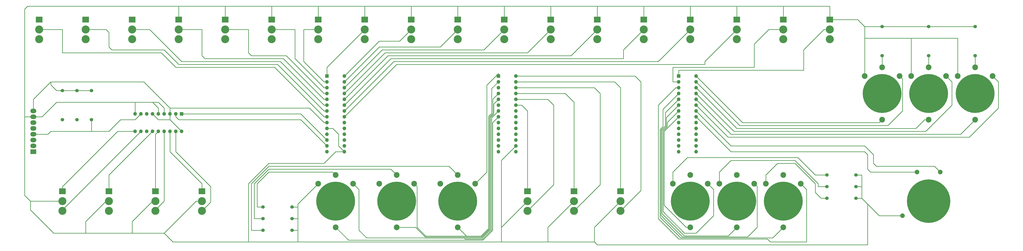
<source format=gbr>
G04 #@! TF.FileFunction,Copper,L2,Bot,Signal*
%FSLAX46Y46*%
G04 Gerber Fmt 4.6, Leading zero omitted, Abs format (unit mm)*
G04 Created by KiCad (PCBNEW 4.0.5) date 04/16/17 00:06:54*
%MOMM*%
%LPD*%
G01*
G04 APERTURE LIST*
%ADD10C,0.100000*%
%ADD11R,1.600000X1.600000*%
%ADD12O,1.600000X1.600000*%
%ADD13R,3.000000X2.500000*%
%ADD14C,3.500000*%
%ADD15R,2.600000X2.000000*%
%ADD16O,2.600000X2.000000*%
%ADD17C,17.000000*%
%ADD18C,2.500000*%
%ADD19C,1.524000*%
%ADD20C,19.000000*%
%ADD21C,2.000000*%
%ADD22C,0.254000*%
G04 APERTURE END LIST*
D10*
D11*
X91440000Y-93980000D03*
D12*
X71120000Y-101600000D03*
X88900000Y-93980000D03*
X73660000Y-101600000D03*
X86360000Y-93980000D03*
X76200000Y-101600000D03*
X83820000Y-93980000D03*
X78740000Y-101600000D03*
X81280000Y-93980000D03*
X81280000Y-101600000D03*
X78740000Y-93980000D03*
X83820000Y-101600000D03*
X76200000Y-93980000D03*
X86360000Y-101600000D03*
X73660000Y-93980000D03*
X88900000Y-101600000D03*
X71120000Y-93980000D03*
X91440000Y-101600000D03*
D13*
X80010000Y-127780000D03*
D14*
X80010000Y-132080000D03*
X80010000Y-136380000D03*
D13*
X59690000Y-127780000D03*
D14*
X59690000Y-132080000D03*
X59690000Y-136380000D03*
D15*
X26670000Y-110490000D03*
D16*
X26670000Y-107950000D03*
X26670000Y-105410000D03*
X26670000Y-102870000D03*
X26670000Y-100330000D03*
X26670000Y-97790000D03*
X26670000Y-95250000D03*
X26670000Y-92710000D03*
D11*
X308610000Y-77470000D03*
D12*
X316230000Y-110490000D03*
X308610000Y-80010000D03*
X316230000Y-107950000D03*
X308610000Y-82550000D03*
X316230000Y-105410000D03*
X308610000Y-85090000D03*
X316230000Y-102870000D03*
X308610000Y-87630000D03*
X316230000Y-100330000D03*
X308610000Y-90170000D03*
X316230000Y-97790000D03*
X308610000Y-92710000D03*
X316230000Y-95250000D03*
X308610000Y-95250000D03*
X316230000Y-92710000D03*
X308610000Y-97790000D03*
X316230000Y-90170000D03*
X308610000Y-100330000D03*
X316230000Y-87630000D03*
X308610000Y-102870000D03*
X316230000Y-85090000D03*
X308610000Y-105410000D03*
X316230000Y-82550000D03*
X308610000Y-107950000D03*
X316230000Y-80010000D03*
X308610000Y-110490000D03*
X316230000Y-77470000D03*
D11*
X154940000Y-77470000D03*
D12*
X162560000Y-110490000D03*
X154940000Y-80010000D03*
X162560000Y-107950000D03*
X154940000Y-82550000D03*
X162560000Y-105410000D03*
X154940000Y-85090000D03*
X162560000Y-102870000D03*
X154940000Y-87630000D03*
X162560000Y-100330000D03*
X154940000Y-90170000D03*
X162560000Y-97790000D03*
X154940000Y-92710000D03*
X162560000Y-95250000D03*
X154940000Y-95250000D03*
X162560000Y-92710000D03*
X154940000Y-97790000D03*
X162560000Y-90170000D03*
X154940000Y-100330000D03*
X162560000Y-87630000D03*
X154940000Y-102870000D03*
X162560000Y-85090000D03*
X154940000Y-105410000D03*
X162560000Y-82550000D03*
X154940000Y-107950000D03*
X162560000Y-80010000D03*
X154940000Y-110490000D03*
X162560000Y-77470000D03*
D11*
X229870000Y-77470000D03*
D12*
X237490000Y-110490000D03*
X229870000Y-80010000D03*
X237490000Y-107950000D03*
X229870000Y-82550000D03*
X237490000Y-105410000D03*
X229870000Y-85090000D03*
X237490000Y-102870000D03*
X229870000Y-87630000D03*
X237490000Y-100330000D03*
X229870000Y-90170000D03*
X237490000Y-97790000D03*
X229870000Y-92710000D03*
X237490000Y-95250000D03*
X229870000Y-95250000D03*
X237490000Y-92710000D03*
X229870000Y-97790000D03*
X237490000Y-90170000D03*
X229870000Y-100330000D03*
X237490000Y-87630000D03*
X229870000Y-102870000D03*
X237490000Y-85090000D03*
X229870000Y-105410000D03*
X237490000Y-82550000D03*
X229870000Y-107950000D03*
X237490000Y-80010000D03*
X229870000Y-110490000D03*
X237490000Y-77470000D03*
D13*
X130810000Y-52850000D03*
D14*
X130810000Y-57150000D03*
X130810000Y-61450000D03*
D13*
X151130000Y-52850000D03*
D14*
X151130000Y-57150000D03*
X151130000Y-61450000D03*
D13*
X374650000Y-52850000D03*
D14*
X374650000Y-57150000D03*
X374650000Y-61450000D03*
D13*
X354330000Y-52850000D03*
D14*
X354330000Y-57150000D03*
X354330000Y-61450000D03*
D13*
X334010000Y-52850000D03*
D14*
X334010000Y-57150000D03*
X334010000Y-61450000D03*
D13*
X313690000Y-52850000D03*
D14*
X313690000Y-57150000D03*
X313690000Y-61450000D03*
D13*
X293370000Y-52850000D03*
D14*
X293370000Y-57150000D03*
X293370000Y-61450000D03*
D13*
X273050000Y-52850000D03*
D14*
X273050000Y-57150000D03*
X273050000Y-61450000D03*
D13*
X252730000Y-52850000D03*
D14*
X252730000Y-57150000D03*
X252730000Y-61450000D03*
D13*
X232410000Y-52850000D03*
D14*
X232410000Y-57150000D03*
X232410000Y-61450000D03*
D13*
X212090000Y-52850000D03*
D14*
X212090000Y-57150000D03*
X212090000Y-61450000D03*
D13*
X191770000Y-52850000D03*
D14*
X191770000Y-57150000D03*
X191770000Y-61450000D03*
D13*
X171450000Y-52850000D03*
D14*
X171450000Y-57150000D03*
X171450000Y-61450000D03*
D13*
X110490000Y-52850000D03*
D14*
X110490000Y-57150000D03*
X110490000Y-61450000D03*
D13*
X90170000Y-52850000D03*
D14*
X90170000Y-57150000D03*
X90170000Y-61450000D03*
D13*
X69850000Y-52850000D03*
D14*
X69850000Y-57150000D03*
X69850000Y-61450000D03*
D13*
X49530000Y-52850000D03*
D14*
X49530000Y-57150000D03*
X49530000Y-61450000D03*
D13*
X29210000Y-52850000D03*
D14*
X29210000Y-57150000D03*
X29210000Y-61450000D03*
D13*
X39370000Y-127780000D03*
D14*
X39370000Y-132080000D03*
X39370000Y-136380000D03*
D13*
X100330000Y-127780000D03*
D14*
X100330000Y-132080000D03*
X100330000Y-136380000D03*
D13*
X242570000Y-127780000D03*
D14*
X242570000Y-132080000D03*
X242570000Y-136380000D03*
D13*
X262890000Y-127780000D03*
D14*
X262890000Y-132080000D03*
X262890000Y-136380000D03*
D13*
X283210000Y-127780000D03*
D14*
X283210000Y-132080000D03*
X283210000Y-136380000D03*
D17*
X438150000Y-85090000D03*
D18*
X438150000Y-73660000D03*
X445770000Y-77470000D03*
X430530000Y-77470000D03*
X438150000Y-96520000D03*
D17*
X417830000Y-85090000D03*
D18*
X417830000Y-73660000D03*
X425450000Y-77470000D03*
X410210000Y-77470000D03*
X417830000Y-96520000D03*
D17*
X397510000Y-85090000D03*
D18*
X397510000Y-73660000D03*
X405130000Y-77470000D03*
X389890000Y-77470000D03*
X397510000Y-96520000D03*
D17*
X158750000Y-132080000D03*
D18*
X158750000Y-120650000D03*
X166370000Y-124460000D03*
X151130000Y-124460000D03*
X158750000Y-143510000D03*
D17*
X185420000Y-132080000D03*
D18*
X185420000Y-120650000D03*
X193040000Y-124460000D03*
X177800000Y-124460000D03*
X185420000Y-143510000D03*
D17*
X212090000Y-132080000D03*
D18*
X212090000Y-120650000D03*
X219710000Y-124460000D03*
X204470000Y-124460000D03*
X212090000Y-143510000D03*
D17*
X354330000Y-132080000D03*
D18*
X354330000Y-120650000D03*
X361950000Y-124460000D03*
X346710000Y-124460000D03*
X354330000Y-143510000D03*
D17*
X334010000Y-132080000D03*
D18*
X334010000Y-120650000D03*
X341630000Y-124460000D03*
X326390000Y-124460000D03*
X334010000Y-143510000D03*
D17*
X313690000Y-132080000D03*
D18*
X313690000Y-120650000D03*
X321310000Y-124460000D03*
X306070000Y-124460000D03*
X313690000Y-143510000D03*
D19*
X397510000Y-68580000D03*
X397510000Y-55880000D03*
X417830000Y-55880000D03*
X417830000Y-68580000D03*
X438150000Y-55880000D03*
X438150000Y-68580000D03*
X386080000Y-120650000D03*
X373380000Y-120650000D03*
X386080000Y-125730000D03*
X373380000Y-125730000D03*
X386080000Y-130810000D03*
X373380000Y-130810000D03*
X52070000Y-83820000D03*
X52070000Y-96520000D03*
X45720000Y-83820000D03*
X45720000Y-96520000D03*
X39370000Y-83820000D03*
X39370000Y-96520000D03*
X139700000Y-134620000D03*
X127000000Y-134620000D03*
X139700000Y-139700000D03*
X127000000Y-139700000D03*
X139700000Y-144780000D03*
X127000000Y-144780000D03*
D20*
X417830000Y-132080000D03*
D21*
X422910000Y-119380000D03*
X412750000Y-119380000D03*
X406400000Y-138430000D03*
D22*
X52070000Y-96520000D02*
X52070000Y-101600000D01*
X26670000Y-102870000D02*
X33020000Y-102870000D01*
X33020000Y-102870000D02*
X34290000Y-101600000D01*
X59690000Y-101600000D02*
X64770000Y-96520000D01*
X34290000Y-101600000D02*
X52070000Y-101600000D01*
X52070000Y-101600000D02*
X59690000Y-101600000D01*
X64770000Y-96520000D02*
X71120000Y-96520000D01*
X71120000Y-96520000D02*
X73660000Y-93980000D01*
X91440000Y-93980000D02*
X143510000Y-93980000D01*
X143510000Y-93980000D02*
X154940000Y-105410000D01*
X88900000Y-93980000D02*
X88900000Y-95250000D01*
X143510000Y-96520000D02*
X154940000Y-107950000D01*
X88900000Y-95250000D02*
X90170000Y-96520000D01*
X90170000Y-96520000D02*
X143510000Y-96520000D01*
X391160000Y-133350000D02*
X396240000Y-138430000D01*
X396240000Y-138430000D02*
X406400000Y-138430000D01*
X271780000Y-149860000D02*
X273050000Y-151130000D01*
X273050000Y-151130000D02*
X391160000Y-151130000D01*
X391160000Y-151130000D02*
X391160000Y-133350000D01*
X391160000Y-133350000D02*
X388620000Y-130810000D01*
X142240000Y-149860000D02*
X231140000Y-149860000D01*
X388620000Y-120650000D02*
X388620000Y-125730000D01*
X388620000Y-130810000D02*
X388620000Y-125730000D01*
X251460000Y-149860000D02*
X251460000Y-143510000D01*
X251460000Y-143510000D02*
X262890000Y-132080000D01*
X231140000Y-149860000D02*
X251460000Y-149860000D01*
X251460000Y-149860000D02*
X271780000Y-149860000D01*
X231140000Y-143510000D02*
X231140000Y-114300000D01*
X231140000Y-114300000D02*
X237490000Y-107950000D01*
X162560000Y-110490000D02*
X158750000Y-110490000D01*
X120650000Y-124460000D02*
X120650000Y-149860000D01*
X129540000Y-115570000D02*
X120650000Y-124460000D01*
X153670000Y-115570000D02*
X129540000Y-115570000D01*
X158750000Y-110490000D02*
X153670000Y-115570000D01*
X139700000Y-134620000D02*
X142240000Y-134620000D01*
X231140000Y-149860000D02*
X231140000Y-143510000D01*
X87630000Y-149860000D02*
X120650000Y-149860000D01*
X83820000Y-146050000D02*
X87630000Y-149860000D01*
X120650000Y-149860000D02*
X142240000Y-149860000D01*
X142240000Y-144780000D02*
X142240000Y-139700000D01*
X142240000Y-149860000D02*
X142240000Y-144780000D01*
X142240000Y-144780000D02*
X139700000Y-144780000D01*
X142240000Y-139700000D02*
X142240000Y-134620000D01*
X142240000Y-134620000D02*
X142240000Y-133350000D01*
X139700000Y-139700000D02*
X142240000Y-139700000D01*
X142240000Y-133350000D02*
X151130000Y-124460000D01*
X271780000Y-149860000D02*
X271780000Y-143510000D01*
X271780000Y-143510000D02*
X283210000Y-132080000D01*
X417830000Y-55880000D02*
X438150000Y-55880000D01*
X397510000Y-55880000D02*
X417830000Y-55880000D01*
X389890000Y-55880000D02*
X397510000Y-55880000D01*
X261620000Y-132080000D02*
X262890000Y-132080000D01*
X231140000Y-143510000D02*
X242570000Y-132080000D01*
X160020000Y-102870000D02*
X160020000Y-107950000D01*
X154940000Y-100330000D02*
X157480000Y-100330000D01*
X157480000Y-100330000D02*
X160020000Y-102870000D01*
X160020000Y-107950000D02*
X162560000Y-110490000D01*
X77470000Y-88900000D02*
X78740000Y-88900000D01*
X78740000Y-88900000D02*
X81280000Y-91440000D01*
X81280000Y-91440000D02*
X81280000Y-93980000D01*
X83820000Y-91440000D02*
X83820000Y-93980000D01*
X81280000Y-88900000D02*
X83820000Y-91440000D01*
X77470000Y-88900000D02*
X81280000Y-88900000D01*
X71120000Y-88900000D02*
X77470000Y-88900000D01*
X26670000Y-95250000D02*
X30480000Y-95250000D01*
X30480000Y-95250000D02*
X36830000Y-88900000D01*
X36830000Y-88900000D02*
X71120000Y-88900000D01*
X71120000Y-88900000D02*
X71120000Y-93980000D01*
X69850000Y-146050000D02*
X69850000Y-140970000D01*
X69850000Y-140970000D02*
X78740000Y-132080000D01*
X78740000Y-132080000D02*
X80010000Y-132080000D01*
X49530000Y-146050000D02*
X49530000Y-140970000D01*
X49530000Y-140970000D02*
X58420000Y-132080000D01*
X58420000Y-132080000D02*
X59690000Y-132080000D01*
X97790000Y-132080000D02*
X100330000Y-132080000D01*
X83820000Y-146050000D02*
X97790000Y-132080000D01*
X35560000Y-146050000D02*
X49530000Y-146050000D01*
X49530000Y-146050000D02*
X69850000Y-146050000D01*
X69850000Y-146050000D02*
X83820000Y-146050000D01*
X25400000Y-135890000D02*
X35560000Y-146050000D01*
X25400000Y-132080000D02*
X25400000Y-135890000D01*
X410210000Y-60960000D02*
X410210000Y-77470000D01*
X389890000Y-60960000D02*
X389890000Y-77470000D01*
X430530000Y-60960000D02*
X430530000Y-77470000D01*
X410210000Y-60960000D02*
X430530000Y-60960000D01*
X389890000Y-60960000D02*
X410210000Y-60960000D01*
X374650000Y-52850000D02*
X386860000Y-52850000D01*
X389890000Y-55880000D02*
X389890000Y-60960000D01*
X386860000Y-52850000D02*
X389890000Y-55880000D01*
X22860000Y-95250000D02*
X22860000Y-129540000D01*
X25400000Y-132080000D02*
X39370000Y-132080000D01*
X22860000Y-129540000D02*
X25400000Y-132080000D01*
X354330000Y-46990000D02*
X374650000Y-46990000D01*
X374650000Y-46990000D02*
X374650000Y-52070000D01*
X374650000Y-52070000D02*
X374650000Y-52850000D01*
X334010000Y-46990000D02*
X354330000Y-46990000D01*
X354330000Y-46990000D02*
X354330000Y-52850000D01*
X313690000Y-46990000D02*
X334010000Y-46990000D01*
X334010000Y-46990000D02*
X334010000Y-52850000D01*
X293370000Y-46990000D02*
X313690000Y-46990000D01*
X313690000Y-46990000D02*
X313690000Y-52850000D01*
X273050000Y-46990000D02*
X293370000Y-46990000D01*
X293370000Y-46990000D02*
X293370000Y-52850000D01*
X252730000Y-46990000D02*
X273050000Y-46990000D01*
X273050000Y-46990000D02*
X273050000Y-52850000D01*
X232410000Y-46990000D02*
X252730000Y-46990000D01*
X252730000Y-46990000D02*
X252730000Y-52070000D01*
X252730000Y-52070000D02*
X252730000Y-52850000D01*
X212090000Y-46990000D02*
X232410000Y-46990000D01*
X232410000Y-46990000D02*
X232410000Y-52850000D01*
X191770000Y-46990000D02*
X212090000Y-46990000D01*
X212090000Y-46990000D02*
X212090000Y-52850000D01*
X171450000Y-46990000D02*
X191770000Y-46990000D01*
X191770000Y-46990000D02*
X191770000Y-52850000D01*
X151130000Y-46990000D02*
X171450000Y-46990000D01*
X171450000Y-46990000D02*
X171450000Y-52070000D01*
X171450000Y-52070000D02*
X171450000Y-52850000D01*
X130810000Y-46990000D02*
X151130000Y-46990000D01*
X151130000Y-46990000D02*
X151130000Y-52850000D01*
X110490000Y-46990000D02*
X130810000Y-46990000D01*
X130810000Y-46990000D02*
X130810000Y-52850000D01*
X90170000Y-46990000D02*
X110490000Y-46990000D01*
X110490000Y-46990000D02*
X110490000Y-52070000D01*
X110490000Y-52070000D02*
X110490000Y-52850000D01*
X90170000Y-46990000D02*
X90170000Y-52850000D01*
X24130000Y-46990000D02*
X90170000Y-46990000D01*
X26670000Y-95250000D02*
X22860000Y-95250000D01*
X22860000Y-48260000D02*
X24130000Y-46990000D01*
X22860000Y-95250000D02*
X22860000Y-48260000D01*
X388620000Y-130810000D02*
X386080000Y-130810000D01*
X386080000Y-125730000D02*
X388620000Y-125730000D01*
X386080000Y-120650000D02*
X388620000Y-120650000D01*
X39370000Y-83820000D02*
X45720000Y-83820000D01*
X45720000Y-83820000D02*
X52070000Y-83820000D01*
X34290000Y-81280000D02*
X36830000Y-83820000D01*
X36830000Y-83820000D02*
X39370000Y-83820000D01*
X34290000Y-80010000D02*
X34290000Y-81280000D01*
X81280000Y-96520000D02*
X78740000Y-93980000D01*
X86360000Y-96520000D02*
X81280000Y-96520000D01*
X86360000Y-91440000D02*
X147320000Y-91440000D01*
X153670000Y-97790000D02*
X154940000Y-97790000D01*
X147320000Y-91440000D02*
X153670000Y-97790000D01*
X86360000Y-93980000D02*
X86360000Y-96520000D01*
X86360000Y-96520000D02*
X91440000Y-101600000D01*
X74930000Y-80010000D02*
X86360000Y-91440000D01*
X86360000Y-91440000D02*
X86360000Y-93980000D01*
X34290000Y-80010000D02*
X74930000Y-80010000D01*
X26670000Y-92710000D02*
X26670000Y-87630000D01*
X26670000Y-87630000D02*
X34290000Y-80010000D01*
X397510000Y-73660000D02*
X397510000Y-68580000D01*
X417830000Y-73660000D02*
X417830000Y-68580000D01*
X438150000Y-68580000D02*
X438150000Y-73660000D01*
X373380000Y-120650000D02*
X368300000Y-120650000D01*
X306070000Y-119380000D02*
X306070000Y-124460000D01*
X312420000Y-113030000D02*
X306070000Y-119380000D01*
X360680000Y-113030000D02*
X312420000Y-113030000D01*
X368300000Y-120650000D02*
X360680000Y-113030000D01*
X373380000Y-125730000D02*
X369570000Y-125730000D01*
X326390000Y-119380000D02*
X326390000Y-124460000D01*
X331470000Y-114300000D02*
X326390000Y-119380000D01*
X359410000Y-114300000D02*
X331470000Y-114300000D01*
X369570000Y-124460000D02*
X359410000Y-114300000D01*
X369570000Y-125730000D02*
X369570000Y-124460000D01*
X373380000Y-130810000D02*
X370840000Y-130810000D01*
X346710000Y-120650000D02*
X346710000Y-124460000D01*
X351790000Y-115570000D02*
X346710000Y-120650000D01*
X359410000Y-115570000D02*
X351790000Y-115570000D01*
X368300000Y-124460000D02*
X359410000Y-115570000D01*
X368300000Y-128270000D02*
X368300000Y-124460000D01*
X370840000Y-130810000D02*
X368300000Y-128270000D01*
X157480000Y-119380000D02*
X158750000Y-120650000D01*
X127000000Y-134620000D02*
X124460000Y-134620000D01*
X129540000Y-119380000D02*
X157480000Y-119380000D01*
X124460000Y-124460000D02*
X129540000Y-119380000D01*
X124460000Y-134620000D02*
X124460000Y-124460000D01*
X397510000Y-96520000D02*
X396240000Y-97790000D01*
X396240000Y-97790000D02*
X336550000Y-97790000D01*
X336550000Y-97790000D02*
X316230000Y-77470000D01*
X405130000Y-77470000D02*
X406379999Y-78719999D01*
X406379999Y-78719999D02*
X406379999Y-92730001D01*
X406379999Y-92730001D02*
X400050000Y-99060000D01*
X400050000Y-99060000D02*
X335280000Y-99060000D01*
X335280000Y-99060000D02*
X316230000Y-80010000D01*
X417830000Y-96520000D02*
X416062234Y-96520000D01*
X416062234Y-96520000D02*
X412252234Y-100330000D01*
X412252234Y-100330000D02*
X334010000Y-100330000D01*
X334010000Y-100330000D02*
X316230000Y-82550000D01*
X425450000Y-77470000D02*
X427990000Y-80010000D01*
X332740000Y-101600000D02*
X316230000Y-85090000D01*
X427990000Y-80010000D02*
X427990000Y-90170000D01*
X427990000Y-90170000D02*
X416560000Y-101600000D01*
X416560000Y-101600000D02*
X332740000Y-101600000D01*
X438150000Y-96520000D02*
X431800000Y-102870000D01*
X431800000Y-102870000D02*
X331470000Y-102870000D01*
X331470000Y-102870000D02*
X316230000Y-87630000D01*
X445770000Y-77470000D02*
X448310000Y-80010000D01*
X448310000Y-80010000D02*
X448310000Y-91440000D01*
X448310000Y-91440000D02*
X435610000Y-104140000D01*
X435610000Y-104140000D02*
X330200000Y-104140000D01*
X330200000Y-104140000D02*
X316230000Y-90170000D01*
X391160000Y-111760000D02*
X391160000Y-118110000D01*
X389890000Y-110490000D02*
X391160000Y-111760000D01*
X331470000Y-110490000D02*
X389890000Y-110490000D01*
X316230000Y-95250000D02*
X331470000Y-110490000D01*
X392430000Y-119380000D02*
X412750000Y-119380000D01*
X391160000Y-118110000D02*
X392430000Y-119380000D01*
X309425989Y-148135989D02*
X300443960Y-139153960D01*
X300443960Y-139153960D02*
X300443960Y-100847768D01*
X300443960Y-100847768D02*
X301713959Y-99577769D01*
X354330000Y-143510000D02*
X349704011Y-148135989D01*
X301713960Y-91986040D02*
X308610000Y-85090000D01*
X301713959Y-99577769D02*
X301713960Y-91986040D01*
X349704011Y-148135989D02*
X309425989Y-148135989D01*
X361950000Y-124460000D02*
X364490000Y-127000000D01*
X308610000Y-148590000D02*
X299720000Y-139700000D01*
X307340000Y-82550000D02*
X308610000Y-82550000D01*
X364490000Y-127000000D02*
X364490000Y-149860000D01*
X364490000Y-149860000D02*
X348622068Y-149860000D01*
X347352068Y-148590000D02*
X308610000Y-148590000D01*
X348622068Y-149860000D02*
X347352068Y-148590000D01*
X299720000Y-139700000D02*
X299720000Y-90170000D01*
X299720000Y-90170000D02*
X307340000Y-82550000D01*
X303168022Y-95611978D02*
X308610000Y-90170000D01*
X303168022Y-99407842D02*
X303168022Y-95611978D01*
X301351982Y-137521982D02*
X301351982Y-101223882D01*
X311057967Y-147227967D02*
X301351982Y-137521982D01*
X334010000Y-143510000D02*
X330292033Y-147227967D01*
X330292033Y-147227967D02*
X311057967Y-147227967D01*
X301351982Y-101223882D02*
X303168022Y-99407842D01*
X310241978Y-147681978D02*
X300897971Y-138337971D01*
X302714011Y-93525989D02*
X308610000Y-87630000D01*
X300897971Y-101035825D02*
X302714011Y-99219785D01*
X300897971Y-138337971D02*
X300897971Y-101035825D01*
X342879999Y-125709999D02*
X342879999Y-143530001D01*
X341630000Y-124460000D02*
X342879999Y-125709999D01*
X302714011Y-99219785D02*
X302714011Y-93525989D01*
X338728022Y-147681978D02*
X310241978Y-147681978D01*
X342879999Y-143530001D02*
X338728022Y-147681978D01*
X302260000Y-101600000D02*
X308610000Y-95250000D01*
X302260000Y-133847766D02*
X302260000Y-101600000D01*
X311922234Y-143510000D02*
X302260000Y-133847766D01*
X313690000Y-143510000D02*
X311922234Y-143510000D01*
X321310000Y-124460000D02*
X323850000Y-127000000D01*
X323850000Y-127000000D02*
X323850000Y-138430000D01*
X323850000Y-138430000D02*
X316230000Y-146050000D01*
X316230000Y-146050000D02*
X311150000Y-146050000D01*
X301805992Y-101411940D02*
X303622033Y-99595899D01*
X311150000Y-146050000D02*
X301805992Y-136705992D01*
X301805992Y-136705992D02*
X301805992Y-101411940D01*
X303622033Y-99595899D02*
X303622033Y-97697967D01*
X303622033Y-97697967D02*
X308610000Y-92710000D01*
X280670000Y-80010000D02*
X283210000Y-82550000D01*
X283210000Y-82550000D02*
X283210000Y-127780000D01*
X237490000Y-80010000D02*
X280670000Y-80010000D01*
X259080000Y-85090000D02*
X262890000Y-88900000D01*
X262890000Y-88900000D02*
X262890000Y-127780000D01*
X237490000Y-85090000D02*
X259080000Y-85090000D01*
X240030000Y-90170000D02*
X242570000Y-92710000D01*
X242570000Y-92710000D02*
X242570000Y-127780000D01*
X237490000Y-90170000D02*
X240030000Y-90170000D01*
X227330001Y-97789999D02*
X229870000Y-95250000D01*
X222973960Y-149136040D02*
X227330001Y-144779999D01*
X227330001Y-144779999D02*
X227330001Y-97789999D01*
X158750000Y-143510000D02*
X164376041Y-149136041D01*
X164376041Y-149136041D02*
X222973960Y-149136040D01*
X197651853Y-148135989D02*
X197743883Y-148228019D01*
X226875990Y-144591942D02*
X226875990Y-95704010D01*
X215335831Y-148682031D02*
X222785902Y-148682030D01*
X226875990Y-95704010D02*
X229870000Y-92710000D01*
X197743883Y-148228019D02*
X214881817Y-148228019D01*
X222785902Y-148682030D02*
X226875990Y-144591942D01*
X214881817Y-148228019D02*
X215335831Y-148682031D01*
X168910000Y-144780000D02*
X172265989Y-148135989D01*
X172265989Y-148135989D02*
X197651853Y-148135989D01*
X166370000Y-124460000D02*
X168910000Y-127000000D01*
X168910000Y-127000000D02*
X168910000Y-144780000D01*
X308610000Y-77470000D02*
X308610000Y-74930000D01*
X372110000Y-57150000D02*
X374650000Y-57150000D01*
X363220000Y-66040000D02*
X372110000Y-57150000D01*
X363220000Y-74930000D02*
X363220000Y-66040000D01*
X308610000Y-74930000D02*
X363220000Y-74930000D01*
X308610000Y-80010000D02*
X306070000Y-80010000D01*
X306070000Y-73660000D02*
X341630000Y-73660000D01*
X306070000Y-80010000D02*
X306070000Y-73660000D01*
X341630000Y-73660000D02*
X341630000Y-63500000D01*
X341630000Y-63500000D02*
X347980000Y-57150000D01*
X347980000Y-57150000D02*
X354330000Y-57150000D01*
X154940000Y-77470000D02*
X154940000Y-73660000D01*
X154940000Y-73660000D02*
X171450000Y-57150000D01*
X144780000Y-57150000D02*
X151130000Y-57150000D01*
X144780000Y-71120000D02*
X144780000Y-57150000D01*
X153670000Y-80010000D02*
X144780000Y-71120000D01*
X154940000Y-80010000D02*
X153670000Y-80010000D01*
X154940000Y-82550000D02*
X153670000Y-82550000D01*
X153670000Y-82550000D02*
X140970000Y-69850000D01*
X140970000Y-69850000D02*
X140970000Y-57150000D01*
X140970000Y-57150000D02*
X130810000Y-57150000D01*
X154940000Y-85090000D02*
X153670000Y-85090000D01*
X153670000Y-85090000D02*
X137160000Y-68580000D01*
X137160000Y-68580000D02*
X121920000Y-68580000D01*
X121920000Y-68580000D02*
X120650000Y-67310000D01*
X120650000Y-67310000D02*
X120650000Y-57150000D01*
X120650000Y-57150000D02*
X110490000Y-57150000D01*
X154940000Y-87630000D02*
X153670000Y-87630000D01*
X101600000Y-69850000D02*
X100330000Y-68580000D01*
X153670000Y-87630000D02*
X135890000Y-69850000D01*
X135890000Y-69850000D02*
X101600000Y-69850000D01*
X100330000Y-68580000D02*
X100330000Y-57150000D01*
X100330000Y-57150000D02*
X90170000Y-57150000D01*
X154940000Y-90170000D02*
X153670000Y-90170000D01*
X153670000Y-90170000D02*
X134620000Y-71120000D01*
X134620000Y-71120000D02*
X91440000Y-71120000D01*
X91440000Y-71120000D02*
X77470000Y-57150000D01*
X77470000Y-57150000D02*
X69850000Y-57150000D01*
X154940000Y-92710000D02*
X153670000Y-92710000D01*
X153670000Y-92710000D02*
X133350000Y-72390000D01*
X83820000Y-66040000D02*
X60960000Y-66040000D01*
X133350000Y-72390000D02*
X90170000Y-72390000D01*
X90170000Y-72390000D02*
X83820000Y-66040000D01*
X60960000Y-66040000D02*
X59690000Y-64770000D01*
X59690000Y-64770000D02*
X59690000Y-58420000D01*
X59690000Y-58420000D02*
X58420000Y-57150000D01*
X58420000Y-57150000D02*
X49530000Y-57150000D01*
X320040000Y-72390000D02*
X320040000Y-71120000D01*
X320040000Y-71120000D02*
X334010000Y-57150000D01*
X185420000Y-72390000D02*
X320040000Y-72390000D01*
X162560000Y-95250000D02*
X185420000Y-72390000D01*
X154940000Y-95250000D02*
X153670000Y-95250000D01*
X39370000Y-67310000D02*
X39370000Y-57150000D01*
X153670000Y-95250000D02*
X132080000Y-73660000D01*
X132080000Y-73660000D02*
X88900000Y-73660000D01*
X88900000Y-73660000D02*
X82550000Y-67310000D01*
X82550000Y-67310000D02*
X39370000Y-67310000D01*
X39370000Y-57150000D02*
X29210000Y-57150000D01*
X162560000Y-92710000D02*
X184150000Y-71120000D01*
X184150000Y-71120000D02*
X299720000Y-71120000D01*
X299720000Y-71120000D02*
X313690000Y-57150000D01*
X162560000Y-90170000D02*
X182880000Y-69850000D01*
X182880000Y-69850000D02*
X284480000Y-69850000D01*
X284480000Y-69850000D02*
X284480000Y-66040000D01*
X284480000Y-66040000D02*
X293370000Y-57150000D01*
X162560000Y-87630000D02*
X181610000Y-68580000D01*
X181610000Y-68580000D02*
X261620000Y-68580000D01*
X261620000Y-68580000D02*
X273050000Y-57150000D01*
X162560000Y-85090000D02*
X180340000Y-67310000D01*
X180340000Y-67310000D02*
X242570000Y-67310000D01*
X242570000Y-67310000D02*
X252730000Y-57150000D01*
X162560000Y-82550000D02*
X179070000Y-66040000D01*
X179070000Y-66040000D02*
X223520000Y-66040000D01*
X223520000Y-66040000D02*
X232410000Y-57150000D01*
X162560000Y-80010000D02*
X177800000Y-64770000D01*
X177800000Y-64770000D02*
X204470000Y-64770000D01*
X204470000Y-64770000D02*
X212090000Y-57150000D01*
X162560000Y-77470000D02*
X177800000Y-62230000D01*
X177800000Y-62230000D02*
X186690000Y-62230000D01*
X186690000Y-62230000D02*
X191770000Y-57150000D01*
X393700000Y-111760000D02*
X393700000Y-115570000D01*
X389890000Y-107950000D02*
X393700000Y-111760000D01*
X331470000Y-107950000D02*
X389890000Y-107950000D01*
X316230000Y-92710000D02*
X331470000Y-107950000D01*
X420370000Y-116840000D02*
X422910000Y-119380000D01*
X394970000Y-116840000D02*
X420370000Y-116840000D01*
X393700000Y-115570000D02*
X394970000Y-116840000D01*
X292100000Y-80010000D02*
X292100000Y-127490000D01*
X292100000Y-127490000D02*
X283210000Y-136380000D01*
X289560000Y-77470000D02*
X292100000Y-80010000D01*
X237490000Y-77470000D02*
X289560000Y-77470000D01*
X274320000Y-85090000D02*
X274320000Y-124950000D01*
X274320000Y-124950000D02*
X262890000Y-136380000D01*
X271780000Y-82550000D02*
X274320000Y-85090000D01*
X237490000Y-82550000D02*
X271780000Y-82550000D01*
X254000000Y-90170000D02*
X254000000Y-124950000D01*
X254000000Y-124950000D02*
X242570000Y-136380000D01*
X251460000Y-87630000D02*
X254000000Y-90170000D01*
X237490000Y-87630000D02*
X251460000Y-87630000D01*
X127000000Y-139700000D02*
X123190000Y-139700000D01*
X123190000Y-139700000D02*
X123190000Y-124460000D01*
X123190000Y-124460000D02*
X129540000Y-118110000D01*
X129540000Y-118110000D02*
X182880000Y-118110000D01*
X182880000Y-118110000D02*
X185420000Y-120650000D01*
X127000000Y-144780000D02*
X121920000Y-144780000D01*
X208280000Y-116840000D02*
X212090000Y-120650000D01*
X129540000Y-116840000D02*
X208280000Y-116840000D01*
X121920000Y-124460000D02*
X129540000Y-116840000D01*
X121920000Y-144780000D02*
X121920000Y-124460000D01*
X222597844Y-148228020D02*
X226421979Y-144403885D01*
X226421979Y-144403885D02*
X226421980Y-95515952D01*
X197931940Y-147774008D02*
X215069872Y-147774008D01*
X215069872Y-147774008D02*
X215523887Y-148228021D01*
X227834958Y-89665042D02*
X229870000Y-87630000D01*
X226421980Y-95515952D02*
X227834958Y-94102974D01*
X193667932Y-143510000D02*
X197931940Y-147774008D01*
X227834958Y-94102974D02*
X227834958Y-89665042D01*
X185420000Y-143510000D02*
X193667932Y-143510000D01*
X215523887Y-148228021D02*
X222597844Y-148228020D01*
X227380947Y-87579053D02*
X229870000Y-85090000D01*
X227380947Y-93914917D02*
X227380947Y-87579053D01*
X222409786Y-147774010D02*
X225967968Y-144215828D01*
X215711943Y-147774011D02*
X222409786Y-147774010D01*
X215257929Y-147319997D02*
X215711943Y-147774011D01*
X193040000Y-124460000D02*
X194289999Y-125709999D01*
X194289999Y-143489999D02*
X198119997Y-147319997D01*
X194289999Y-125709999D02*
X194289999Y-143489999D01*
X225967970Y-95327894D02*
X227380947Y-93914917D01*
X225967968Y-144215828D02*
X225967970Y-95327894D01*
X198119997Y-147319997D02*
X215257929Y-147319997D01*
X226926936Y-82953064D02*
X229870000Y-80010000D01*
X215900000Y-147320000D02*
X222221728Y-147320000D01*
X226926936Y-93726860D02*
X226926936Y-82953064D01*
X212090000Y-143510000D02*
X215900000Y-147320000D01*
X222221728Y-147320000D02*
X225513958Y-144027770D01*
X225513958Y-144027770D02*
X225513960Y-95139836D01*
X225513960Y-95139836D02*
X226926936Y-93726860D01*
X229870000Y-76416000D02*
X229870000Y-77470000D01*
X224790000Y-119380000D02*
X224790000Y-81496000D01*
X224790000Y-81496000D02*
X229870000Y-76416000D01*
X219710000Y-124460000D02*
X224790000Y-119380000D01*
X100330000Y-127780000D02*
X100330000Y-124460000D01*
X100330000Y-124460000D02*
X86360000Y-110490000D01*
X86360000Y-110490000D02*
X86360000Y-101600000D01*
X100330000Y-136380000D02*
X104140000Y-132570000D01*
X104140000Y-132570000D02*
X104140000Y-125730000D01*
X104140000Y-125730000D02*
X88900000Y-110490000D01*
X88900000Y-110490000D02*
X88900000Y-101600000D01*
X80010000Y-127780000D02*
X80010000Y-102870000D01*
X80010000Y-102870000D02*
X81280000Y-101600000D01*
X80010000Y-136380000D02*
X80010000Y-135890000D01*
X80010000Y-135890000D02*
X83820000Y-132080000D01*
X83820000Y-132080000D02*
X83820000Y-101600000D01*
X59690000Y-120650000D02*
X78740000Y-101600000D01*
X59690000Y-127780000D02*
X59690000Y-120650000D01*
X39370000Y-127780000D02*
X39370000Y-125730000D01*
X39370000Y-125730000D02*
X63500000Y-101600000D01*
X63500000Y-101600000D02*
X71120000Y-101600000D01*
X39370000Y-136380000D02*
X39370000Y-135890000D01*
X39370000Y-135890000D02*
X73660000Y-101600000D01*
M02*

</source>
